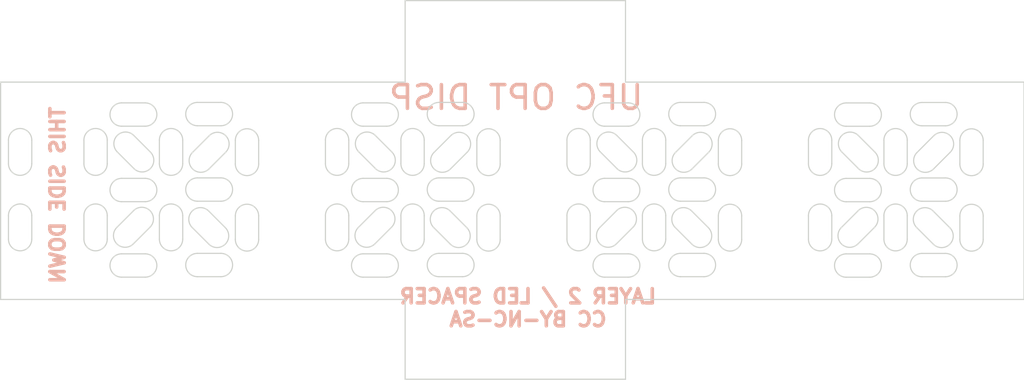
<source format=kicad_pcb>
(kicad_pcb (version 20171130) (host pcbnew "(5.1.9)-1")

  (general
    (thickness 1.6)
    (drawings 279)
    (tracks 0)
    (zones 0)
    (modules 0)
    (nets 1)
  )

  (page A4)
  (layers
    (0 F.Cu signal)
    (31 B.Cu signal)
    (32 B.Adhes user)
    (33 F.Adhes user)
    (34 B.Paste user)
    (35 F.Paste user)
    (36 B.SilkS user)
    (37 F.SilkS user)
    (38 B.Mask user)
    (39 F.Mask user)
    (40 Dwgs.User user)
    (41 Cmts.User user)
    (42 Eco1.User user)
    (43 Eco2.User user)
    (44 Edge.Cuts user)
    (45 Margin user)
    (46 B.CrtYd user)
    (47 F.CrtYd user)
    (48 B.Fab user)
    (49 F.Fab user)
  )

  (setup
    (last_trace_width 0.25)
    (user_trace_width 0.1524)
    (user_trace_width 0.2032)
    (user_trace_width 0.3048)
    (user_trace_width 0.4572)
    (user_trace_width 0.1524)
    (user_trace_width 0.2032)
    (user_trace_width 0.3048)
    (user_trace_width 0.4572)
    (user_trace_width 0.1524)
    (user_trace_width 0.2032)
    (user_trace_width 0.3048)
    (user_trace_width 0.4572)
    (user_trace_width 0.1524)
    (user_trace_width 0.2032)
    (user_trace_width 0.3048)
    (user_trace_width 0.4572)
    (trace_clearance 0.2)
    (zone_clearance 0.508)
    (zone_45_only no)
    (trace_min 0.127)
    (via_size 0.8)
    (via_drill 0.4)
    (via_min_size 0.45)
    (via_min_drill 0.2)
    (user_via 0.45 0.2)
    (user_via 0.45 0.2)
    (user_via 0.45 0.2)
    (user_via 0.45 0.2)
    (uvia_size 0.3)
    (uvia_drill 0.1)
    (uvias_allowed no)
    (uvia_min_size 0.2)
    (uvia_min_drill 0.1)
    (edge_width 0.05)
    (segment_width 0.2)
    (pcb_text_width 0.3)
    (pcb_text_size 1.5 1.5)
    (mod_edge_width 0.12)
    (mod_text_size 1 1)
    (mod_text_width 0.15)
    (pad_size 0.59 0.64)
    (pad_drill 0)
    (pad_to_mask_clearance 0.051)
    (solder_mask_min_width 0.25)
    (aux_axis_origin 100.606 81.6255)
    (grid_origin 100.606 81.6255)
    (visible_elements 7FFFF7DF)
    (pcbplotparams
      (layerselection 0x010fc_ffffffff)
      (usegerberextensions false)
      (usegerberattributes false)
      (usegerberadvancedattributes false)
      (creategerberjobfile true)
      (excludeedgelayer true)
      (linewidth 0.100000)
      (plotframeref false)
      (viasonmask false)
      (mode 1)
      (useauxorigin false)
      (hpglpennumber 1)
      (hpglpenspeed 20)
      (hpglpendiameter 15.000000)
      (psnegative false)
      (psa4output false)
      (plotreference true)
      (plotvalue true)
      (plotinvisibletext false)
      (padsonsilk false)
      (subtractmaskfromsilk false)
      (outputformat 1)
      (mirror false)
      (drillshape 0)
      (scaleselection 1)
      (outputdirectory "../Gerbers/Display layers/OPT layer 2/"))
  )

  (net 0 "")

  (net_class Default "This is the default net class."
    (clearance 0.2)
    (trace_width 0.25)
    (via_dia 0.8)
    (via_drill 0.4)
    (uvia_dia 0.3)
    (uvia_drill 0.1)
  )

  (gr_line (start 152.168 90.8965) (end 161.439 90.8965) (layer Edge.Cuts) (width 0.05) (tstamp 60A054CC))
  (gr_line (start 152.168 106.8255) (end 161.439 106.8255) (layer Edge.Cuts) (width 0.05) (tstamp 60A054CB))
  (gr_line (start 178.203 94.3255) (end 178.203 103.4695) (layer Edge.Cuts) (width 0.05) (tstamp 60A054BA))
  (gr_line (start 135.15 94.3255) (end 135.15 103.4695) (layer Edge.Cuts) (width 0.05) (tstamp 60A054B9))
  (gr_line (start 152.168 103.4695) (end 135.15 103.4695) (layer Edge.Cuts) (width 0.05))
  (gr_line (start 152.168 106.8255) (end 152.168 103.4695) (layer Edge.Cuts) (width 0.05))
  (gr_line (start 161.439 103.4695) (end 178.203 103.4695) (layer Edge.Cuts) (width 0.05))
  (gr_line (start 161.439 106.8255) (end 161.439 103.4695) (layer Edge.Cuts) (width 0.05))
  (gr_line (start 161.439 94.3255) (end 178.203 94.3255) (layer Edge.Cuts) (width 0.05))
  (gr_line (start 161.439 94.3255) (end 161.439 90.8965) (layer Edge.Cuts) (width 0.05))
  (gr_line (start 152.168 94.3255) (end 152.168 90.8965) (layer Edge.Cuts) (width 0.05))
  (gr_line (start 135.15 94.3255) (end 152.168 94.3255) (layer Edge.Cuts) (width 0.05))
  (gr_line (start 158.975898 99.943) (end 158.975898 100.933) (layer Edge.Cuts) (width 0.05) (tstamp 5FB91C74))
  (gr_arc (start 159.466 100.933) (end 158.975898 100.933) (angle -180) (layer Edge.Cuts) (width 0.05) (tstamp 5FB91C75))
  (gr_arc (start 161.5535 98.8655) (end 161.5535 99.355602) (angle -180) (layer Edge.Cuts) (width 0.05) (tstamp 5FB91C79))
  (gr_line (start 164.7385 98.355398) (end 163.7485 98.355398) (layer Edge.Cuts) (width 0.05) (tstamp 5FB91C7A))
  (gr_line (start 174.8985 101.532898) (end 173.9085 101.532898) (layer Edge.Cuts) (width 0.05) (tstamp 5FB91C77))
  (gr_arc (start 161.424124 97.614482) (end 161.076994 97.961613) (angle -180) (layer Edge.Cuts) (width 0.05) (tstamp 5FB91C76))
  (gr_arc (start 169.626 99.9455) (end 170.116917 99.9455) (angle -180) (layer Edge.Cuts) (width 0.05) (tstamp 5FB91C73))
  (gr_line (start 161.063428 99.735821) (end 160.363392 100.435857) (layer Edge.Cuts) (width 0.05) (tstamp 5FB91C78))
  (gr_text "THIS SIDE DOWN" (at 137.553 99.0825 90) (layer B.SilkS)
    (effects (font (size 0.6 0.6) (thickness 0.15)) (justify mirror))
  )
  (gr_text "LAYER 2 / LED SPACER\nCC BY-NC-SA" (at 157.337 103.826) (layer B.SilkS) (tstamp 5FB91B6F)
    (effects (font (size 0.6 0.6) (thickness 0.15)) (justify mirror))
  )
  (gr_text "UFC OPT DISP" (at 156.837 94.9755) (layer B.SilkS) (tstamp 5FB91B70)
    (effects (font (size 1 1) (thickness 0.15)) (justify mirror))
  )
  (gr_line (start 173.9085 96.163917) (end 174.8985 96.163917) (layer Edge.Cuts) (width 0.05) (tstamp 5FB91C5E))
  (gr_line (start 165.345083 96.778) (end 165.345083 97.768) (layer Edge.Cuts) (width 0.05) (tstamp 5FB91C67))
  (gr_arc (start 160.5635 102.0405) (end 160.5635 101.549583) (angle -180) (layer Edge.Cuts) (width 0.05) (tstamp 5FB91C68))
  (gr_arc (start 172.801 99.9455) (end 173.291917 99.9455) (angle -180) (layer Edge.Cuts) (width 0.05) (tstamp 5FB91C71))
  (gr_line (start 171.7135 95.202083) (end 170.7235 95.202083) (layer Edge.Cuts) (width 0.05) (tstamp 5FB91C5D))
  (gr_arc (start 175.996 97.770499) (end 175.505083 97.7705) (angle -180) (layer Edge.Cuts) (width 0.05) (tstamp 5FB91C6F))
  (gr_line (start 159.956917 97.758) (end 159.956917 96.768) (layer Edge.Cuts) (width 0.05) (tstamp 5FB91C64))
  (gr_line (start 160.376958 97.261577) (end 161.076994 97.961613) (layer Edge.Cuts) (width 0.05) (tstamp 5FB91C72))
  (gr_arc (start 172.801 96.7705) (end 173.291917 96.7705) (angle -180) (layer Edge.Cuts) (width 0.05) (tstamp 5FB91C6C))
  (gr_arc (start 163.7485 98.8455) (end 163.7485 98.355398) (angle -180) (layer Edge.Cuts) (width 0.05) (tstamp 5FB91C61))
  (gr_arc (start 163.7485 102.0205) (end 163.7485 101.530398) (angle -180) (layer Edge.Cuts) (width 0.05) (tstamp 5FB91C6A))
  (gr_line (start 170.7235 99.358102) (end 171.7135 99.358102) (layer Edge.Cuts) (width 0.05) (tstamp 5FB91C5C))
  (gr_line (start 174.404923 96.583958) (end 173.704887 97.283994) (layer Edge.Cuts) (width 0.05) (tstamp 5FB91C69))
  (gr_line (start 173.291917 97.7605) (end 173.291917 96.7705) (layer Edge.Cuts) (width 0.05) (tstamp 5FB91C6B))
  (gr_line (start 160.5635 102.530602) (end 161.5535 102.530602) (layer Edge.Cuts) (width 0.05) (tstamp 5FB91C70))
  (gr_arc (start 163.7485 95.6705) (end 163.7485 95.180398) (angle -180) (layer Edge.Cuts) (width 0.05) (tstamp 5FB91C62))
  (gr_line (start 160.5635 99.355602) (end 161.5535 99.355602) (layer Edge.Cuts) (width 0.05) (tstamp 5FB91C60))
  (gr_arc (start 161.409982 100.082376) (end 161.757113 100.429506) (angle -180) (layer Edge.Cuts) (width 0.05) (tstamp 5FB91C6E))
  (gr_arc (start 159.466 96.768) (end 159.956917 96.768) (angle -180) (layer Edge.Cuts) (width 0.05) (tstamp 5FB91C5F))
  (gr_line (start 163.7485 96.161417) (end 164.7385 96.161417) (layer Edge.Cuts) (width 0.05) (tstamp 5FB91C65))
  (gr_arc (start 172.801 100.9355) (end 172.310898 100.9355) (angle -180) (layer Edge.Cuts) (width 0.05) (tstamp 5FB91C6D))
  (gr_line (start 166.326102 100.943) (end 166.326102 99.953) (layer Edge.Cuts) (width 0.05) (tstamp 5FB91C63))
  (gr_line (start 161.770679 97.267928) (end 161.070643 96.567892) (layer Edge.Cuts) (width 0.05) (tstamp 5FB91C66))
  (gr_arc (start 170.884089 96.916947) (end 171.230643 96.570392) (angle -180) (layer Edge.Cuts) (width 0.05) (tstamp 5FB91C47))
  (gr_line (start 171.217077 101.132042) (end 171.917113 100.432006) (layer Edge.Cuts) (width 0.05) (tstamp 5FB91C46))
  (gr_arc (start 173.9085 102.023) (end 173.9085 101.532898) (angle -180) (layer Edge.Cuts) (width 0.05) (tstamp 5FB91C5B))
  (gr_arc (start 173.9085 95.673) (end 173.9085 95.182898) (angle -180) (layer Edge.Cuts) (width 0.05) (tstamp 5FB91C57))
  (gr_arc (start 174.037876 100.099018) (end 174.385006 99.751887) (angle -180) (layer Edge.Cuts) (width 0.05) (tstamp 5FB91C48))
  (gr_arc (start 171.569982 100.084876) (end 171.917113 100.432006) (angle -180) (layer Edge.Cuts) (width 0.05) (tstamp 5FB91C54))
  (gr_arc (start 173.9085 98.848) (end 173.9085 98.357898) (angle -180) (layer Edge.Cuts) (width 0.05) (tstamp 5FB91C52))
  (gr_line (start 171.7135 101.552083) (end 170.7235 101.552083) (layer Edge.Cuts) (width 0.05) (tstamp 5FB91C5A))
  (gr_arc (start 170.7235 95.693) (end 170.7235 95.202083) (angle -180) (layer Edge.Cuts) (width 0.05) (tstamp 5FB91C58))
  (gr_arc (start 169.626 100.9355) (end 169.135898 100.9355) (angle -180) (layer Edge.Cuts) (width 0.05) (tstamp 5FB91C4F))
  (gr_arc (start 170.869947 100.784911) (end 170.523392 100.438357) (angle -180) (layer Edge.Cuts) (width 0.05) (tstamp 5FB91C55))
  (gr_arc (start 171.7135 102.043) (end 171.7135 102.533102) (angle -180) (layer Edge.Cuts) (width 0.05) (tstamp 5FB91C4D))
  (gr_arc (start 175.996 100.945499) (end 175.505083 100.9455) (angle -180) (layer Edge.Cuts) (width 0.05) (tstamp 5FB91C49))
  (gr_line (start 173.291917 100.9355) (end 173.291917 99.9455) (layer Edge.Cuts) (width 0.05) (tstamp 5FB91C45))
  (gr_arc (start 170.7235 98.868) (end 170.7235 98.377083) (angle -180) (layer Edge.Cuts) (width 0.05) (tstamp 5FB91C56))
  (gr_line (start 170.116917 100.9355) (end 170.116917 99.9455) (layer Edge.Cuts) (width 0.05) (tstamp 5FB91C50))
  (gr_line (start 170.536958 97.264077) (end 171.236994 97.964113) (layer Edge.Cuts) (width 0.05) (tstamp 5FB91C53))
  (gr_line (start 173.9085 99.338917) (end 174.8985 99.338917) (layer Edge.Cuts) (width 0.05) (tstamp 5FB91C59))
  (gr_arc (start 174.052018 97.631124) (end 173.704887 97.283994) (angle -180) (layer Edge.Cuts) (width 0.05) (tstamp 5FB91C51))
  (gr_line (start 171.223428 99.738321) (end 170.523392 100.438357) (layer Edge.Cuts) (width 0.05) (tstamp 5FB91C4E))
  (gr_arc (start 174.737911 100.799053) (end 174.391357 101.145608) (angle -180) (layer Edge.Cuts) (width 0.05) (tstamp 5FB91C4C))
  (gr_arc (start 172.801 97.7605) (end 172.310898 97.7605) (angle -180) (layer Edge.Cuts) (width 0.05) (tstamp 5FB91C4B))
  (gr_line (start 170.7235 102.533102) (end 171.7135 102.533102) (layer Edge.Cuts) (width 0.05) (tstamp 5FB91C4A))
  (gr_line (start 174.398572 97.977679) (end 175.098608 97.277643) (layer Edge.Cuts) (width 0.05) (tstamp 5FB91C36))
  (gr_arc (start 174.752053 96.931089) (end 175.098608 97.277643) (angle -180) (layer Edge.Cuts) (width 0.05) (tstamp 5FB91C3C))
  (gr_line (start 173.9085 102.513917) (end 174.8985 102.513917) (layer Edge.Cuts) (width 0.05) (tstamp 5FB91C41))
  (gr_arc (start 174.898499 98.848) (end 174.8985 99.338917) (angle -180) (layer Edge.Cuts) (width 0.05) (tstamp 5FB91C35))
  (gr_line (start 175.085042 100.451923) (end 174.385006 99.751887) (layer Edge.Cuts) (width 0.05) (tstamp 5FB91C34))
  (gr_line (start 174.8985 98.357898) (end 173.9085 98.357898) (layer Edge.Cuts) (width 0.05) (tstamp 5FB91C3F))
  (gr_line (start 169.135898 99.9455) (end 169.135898 100.9355) (layer Edge.Cuts) (width 0.05) (tstamp 5FB91C33))
  (gr_line (start 175.505083 96.7805) (end 175.505083 97.7705) (layer Edge.Cuts) (width 0.05) (tstamp 5FB91C31))
  (gr_arc (start 171.7135 98.868) (end 171.7135 99.358102) (angle -180) (layer Edge.Cuts) (width 0.05) (tstamp 5FB91C30))
  (gr_line (start 176.486102 100.9455) (end 176.486102 99.9555) (layer Edge.Cuts) (width 0.05) (tstamp 5FB91C2E))
  (gr_arc (start 171.584124 97.616982) (end 171.236994 97.964113) (angle -180) (layer Edge.Cuts) (width 0.05) (tstamp 5FB91C44))
  (gr_arc (start 170.7235 102.043) (end 170.7235 101.552083) (angle -180) (layer Edge.Cuts) (width 0.05) (tstamp 5FB91C3D))
  (gr_line (start 171.7135 98.377083) (end 170.7235 98.377083) (layer Edge.Cuts) (width 0.05) (tstamp 5FB91C38))
  (gr_arc (start 171.7135 95.693) (end 171.7135 96.183102) (angle -180) (layer Edge.Cuts) (width 0.05) (tstamp 5FB91C3A))
  (gr_line (start 172.310898 99.9455) (end 172.310898 100.9355) (layer Edge.Cuts) (width 0.05) (tstamp 5FB91C37))
  (gr_line (start 170.7235 96.183102) (end 171.7135 96.183102) (layer Edge.Cuts) (width 0.05) (tstamp 5FB91C3B))
  (gr_line (start 172.310898 96.7705) (end 172.310898 97.7605) (layer Edge.Cuts) (width 0.05) (tstamp 5FB91C32))
  (gr_arc (start 169.626 96.7705) (end 170.116917 96.7705) (angle -180) (layer Edge.Cuts) (width 0.05) (tstamp 5FB91C2F))
  (gr_line (start 174.8985 95.182898) (end 173.9085 95.182898) (layer Edge.Cuts) (width 0.05) (tstamp 5FB91C40))
  (gr_line (start 170.116917 97.7605) (end 170.116917 96.7705) (layer Edge.Cuts) (width 0.05) (tstamp 5FB91C3E))
  (gr_arc (start 175.996 96.7805) (end 176.486102 96.7805) (angle -180) (layer Edge.Cuts) (width 0.05) (tstamp 5FB91C43))
  (gr_line (start 176.486102 97.7705) (end 176.486102 96.7805) (layer Edge.Cuts) (width 0.05) (tstamp 5FB91C42))
  (gr_arc (start 174.898499 95.673) (end 174.8985 96.163917) (angle -180) (layer Edge.Cuts) (width 0.05) (tstamp 5FB91C39))
  (gr_line (start 171.930679 97.270428) (end 171.230643 96.570392) (layer Edge.Cuts) (width 0.05) (tstamp 5FB91C25))
  (gr_arc (start 151.249982 100.082376) (end 151.597113 100.429506) (angle -180) (layer Edge.Cuts) (width 0.05) (tstamp 5FB91C1E))
  (gr_line (start 142.811917 100.933) (end 142.811917 99.943) (layer Edge.Cuts) (width 0.05) (tstamp 5FB91C1D))
  (gr_line (start 149.796917 97.758) (end 149.796917 96.768) (layer Edge.Cuts) (width 0.05) (tstamp 5FB91C1C))
  (gr_line (start 173.691321 100.445572) (end 174.391357 101.145608) (layer Edge.Cuts) (width 0.05) (tstamp 5FB91C2D))
  (gr_line (start 155.185083 96.778) (end 155.185083 97.768) (layer Edge.Cuts) (width 0.05) (tstamp 5FB91C24))
  (gr_line (start 150.216958 97.261577) (end 150.916994 97.961613) (layer Edge.Cuts) (width 0.05) (tstamp 5FB91C1B))
  (gr_arc (start 174.898499 102.023) (end 174.8985 102.513917) (angle -180) (layer Edge.Cuts) (width 0.05) (tstamp 5FB91C26))
  (gr_arc (start 144.418499 98.8455) (end 144.4185 99.336417) (angle -180) (layer Edge.Cuts) (width 0.05) (tstamp 5FB91C18))
  (gr_arc (start 151.3935 98.8655) (end 151.3935 99.355602) (angle -180) (layer Edge.Cuts) (width 0.05) (tstamp 5FB91C17))
  (gr_arc (start 142.321 100.933) (end 141.830898 100.933) (angle -180) (layer Edge.Cuts) (width 0.05) (tstamp 5FB91C23))
  (gr_arc (start 169.626 97.7605) (end 169.135898 97.7605) (angle -180) (layer Edge.Cuts) (width 0.05) (tstamp 5FB91C29))
  (gr_arc (start 142.321 96.768) (end 142.811917 96.768) (angle -180) (layer Edge.Cuts) (width 0.05) (tstamp 5FB91C1F))
  (gr_arc (start 153.5885 98.8455) (end 153.5885 98.355398) (angle -180) (layer Edge.Cuts) (width 0.05) (tstamp 5FB91C19))
  (gr_line (start 154.5785 98.355398) (end 153.5885 98.355398) (layer Edge.Cuts) (width 0.05) (tstamp 5FB91C1A))
  (gr_arc (start 175.996 99.9555) (end 176.486102 99.9555) (angle -180) (layer Edge.Cuts) (width 0.05) (tstamp 5FB91C2C))
  (gr_line (start 151.610679 97.267928) (end 150.910643 96.567892) (layer Edge.Cuts) (width 0.05) (tstamp 5FB91C22))
  (gr_line (start 153.5885 96.161417) (end 154.5785 96.161417) (layer Edge.Cuts) (width 0.05) (tstamp 5FB91C21))
  (gr_line (start 175.505083 99.9555) (end 175.505083 100.9455) (layer Edge.Cuts) (width 0.05) (tstamp 5FB91C2B))
  (gr_line (start 144.4185 101.530398) (end 143.4285 101.530398) (layer Edge.Cuts) (width 0.05) (tstamp 5FB91C20))
  (gr_line (start 169.135898 96.7705) (end 169.135898 97.7605) (layer Edge.Cuts) (width 0.05) (tstamp 5FB91C27))
  (gr_arc (start 150.4035 102.0405) (end 150.4035 101.549583) (angle -180) (layer Edge.Cuts) (width 0.05) (tstamp 5FB91C07))
  (gr_arc (start 151.3935 102.0405) (end 151.3935 102.530602) (angle -180) (layer Edge.Cuts) (width 0.05) (tstamp 5FB91C04))
  (gr_line (start 151.3935 95.199583) (end 150.4035 95.199583) (layer Edge.Cuts) (width 0.05) (tstamp 5FB91C03))
  (gr_line (start 143.924923 96.581458) (end 143.224887 97.281494) (layer Edge.Cuts) (width 0.05) (tstamp 5FB91C0B))
  (gr_line (start 148.815898 99.943) (end 148.815898 100.933) (layer Edge.Cuts) (width 0.05) (tstamp 5FB91C13))
  (gr_line (start 150.4035 99.355602) (end 151.3935 99.355602) (layer Edge.Cuts) (width 0.05) (tstamp 5FB91C12))
  (gr_arc (start 149.306 100.933) (end 148.815898 100.933) (angle -180) (layer Edge.Cuts) (width 0.05) (tstamp 5FB91C11))
  (gr_arc (start 144.272053 96.928589) (end 144.618608 97.275143) (angle -180) (layer Edge.Cuts) (width 0.05) (tstamp 5FB91C10))
  (gr_line (start 156.166102 100.943) (end 156.166102 99.953) (layer Edge.Cuts) (width 0.05) (tstamp 5FB91C0E))
  (gr_line (start 141.830898 96.768) (end 141.830898 97.758) (layer Edge.Cuts) (width 0.05) (tstamp 5FB91C0C))
  (gr_arc (start 153.5885 95.6705) (end 153.5885 95.180398) (angle -180) (layer Edge.Cuts) (width 0.05) (tstamp 5FB91C08))
  (gr_line (start 151.3935 101.549583) (end 150.4035 101.549583) (layer Edge.Cuts) (width 0.05) (tstamp 5FB91C06))
  (gr_arc (start 151.264124 97.614482) (end 150.916994 97.961613) (angle -180) (layer Edge.Cuts) (width 0.05) (tstamp 5FB91C15))
  (gr_line (start 154.5785 95.180398) (end 153.5885 95.180398) (layer Edge.Cuts) (width 0.05) (tstamp 5FB91C02))
  (gr_arc (start 142.321 97.758) (end 141.830898 97.758) (angle -180) (layer Edge.Cuts) (width 0.05) (tstamp 5FB91C05))
  (gr_line (start 150.903428 99.735821) (end 150.203392 100.435857) (layer Edge.Cuts) (width 0.05) (tstamp 5FB91C0A))
  (gr_line (start 151.3935 98.374583) (end 150.4035 98.374583) (layer Edge.Cuts) (width 0.05) (tstamp 5FB91C01))
  (gr_line (start 153.371321 100.443072) (end 154.071357 101.143108) (layer Edge.Cuts) (width 0.05) (tstamp 5FB91C00))
  (gr_line (start 150.4035 102.530602) (end 151.3935 102.530602) (layer Edge.Cuts) (width 0.05) (tstamp 5FB91C14))
  (gr_line (start 142.811917 97.758) (end 142.811917 96.768) (layer Edge.Cuts) (width 0.05) (tstamp 5FB91C16))
  (gr_line (start 145.025083 99.953) (end 145.025083 100.943) (layer Edge.Cuts) (width 0.05) (tstamp 5FB91C0F))
  (gr_arc (start 153.5885 102.0205) (end 153.5885 101.530398) (angle -180) (layer Edge.Cuts) (width 0.05) (tstamp 5FB91C0D))
  (gr_arc (start 149.306 96.768) (end 149.796917 96.768) (angle -180) (layer Edge.Cuts) (width 0.05) (tstamp 5FB91C09))
  (gr_line (start 141.830898 99.943) (end 141.830898 100.933) (layer Edge.Cuts) (width 0.05) (tstamp 5FB91BF7))
  (gr_arc (start 155.676 99.953) (end 156.166102 99.953) (angle -180) (layer Edge.Cuts) (width 0.05) (tstamp 5FB91BFD))
  (gr_arc (start 150.549947 100.782411) (end 150.203392 100.435857) (angle -180) (layer Edge.Cuts) (width 0.05) (tstamp 5FB91BF0))
  (gr_arc (start 153.717876 100.096518) (end 154.065006 99.749387) (angle -180) (layer Edge.Cuts) (width 0.05) (tstamp 5FB91BEE))
  (gr_arc (start 155.676 96.778) (end 156.166102 96.778) (angle -180) (layer Edge.Cuts) (width 0.05) (tstamp 5FB91BED))
  (gr_arc (start 150.564089 96.914447) (end 150.910643 96.567892) (angle -180) (layer Edge.Cuts) (width 0.05) (tstamp 5FB91BFB))
  (gr_arc (start 151.3935 95.6905) (end 151.3935 96.180602) (angle -180) (layer Edge.Cuts) (width 0.05) (tstamp 5FB91BF6))
  (gr_arc (start 145.516 97.767999) (end 145.025083 97.768) (angle -180) (layer Edge.Cuts) (width 0.05) (tstamp 5FB91BFE))
  (gr_arc (start 139.146 99.943) (end 139.636917 99.943) (angle -180) (layer Edge.Cuts) (width 0.05) (tstamp 5FB91BEA))
  (gr_arc (start 140.2435 98.8655) (end 140.2435 98.374583) (angle -180) (layer Edge.Cuts) (width 0.05) (tstamp 5FB91BE9))
  (gr_line (start 153.5885 99.336417) (end 154.5785 99.336417) (layer Edge.Cuts) (width 0.05) (tstamp 5FB91BFF))
  (gr_line (start 149.796917 100.933) (end 149.796917 99.943) (layer Edge.Cuts) (width 0.05) (tstamp 5FB91BFA))
  (gr_line (start 153.5885 102.511417) (end 154.5785 102.511417) (layer Edge.Cuts) (width 0.05) (tstamp 5FB91BF5))
  (gr_line (start 148.815898 96.768) (end 148.815898 97.758) (layer Edge.Cuts) (width 0.05) (tstamp 5FB91BFC))
  (gr_line (start 154.078572 97.975179) (end 154.778608 97.275143) (layer Edge.Cuts) (width 0.05) (tstamp 5FB91BF1))
  (gr_arc (start 154.417911 100.796553) (end 154.071357 101.143108) (angle -180) (layer Edge.Cuts) (width 0.05) (tstamp 5FB91BF9))
  (gr_arc (start 155.676 100.942999) (end 155.185083 100.943) (angle -180) (layer Edge.Cuts) (width 0.05) (tstamp 5FB91BF4))
  (gr_arc (start 149.306 97.758) (end 148.815898 97.758) (angle -180) (layer Edge.Cuts) (width 0.05) (tstamp 5FB91BF8))
  (gr_arc (start 142.321 99.943) (end 142.811917 99.943) (angle -180) (layer Edge.Cuts) (width 0.05) (tstamp 5FB91BF3))
  (gr_arc (start 144.418499 102.0205) (end 144.4185 102.511417) (angle -180) (layer Edge.Cuts) (width 0.05) (tstamp 5FB91BF2))
  (gr_arc (start 154.578499 95.6705) (end 154.5785 96.161417) (angle -180) (layer Edge.Cuts) (width 0.05) (tstamp 5FB91BEF))
  (gr_arc (start 153.732018 97.628624) (end 153.384887 97.281494) (angle -180) (layer Edge.Cuts) (width 0.05) (tstamp 5FB91BEC))
  (gr_line (start 146.006102 97.768) (end 146.006102 96.778) (layer Edge.Cuts) (width 0.05) (tstamp 5FB91BEB))
  (gr_line (start 140.056958 97.261577) (end 140.756994 97.961613) (layer Edge.Cuts) (width 0.05) (tstamp 5FB91BDB))
  (gr_arc (start 140.2435 102.0405) (end 140.2435 101.549583) (angle -180) (layer Edge.Cuts) (width 0.05) (tstamp 5FB91BD9))
  (gr_line (start 144.4185 95.180398) (end 143.4285 95.180398) (layer Edge.Cuts) (width 0.05) (tstamp 5FB91BD6))
  (gr_arc (start 145.516 96.778) (end 146.006102 96.778) (angle -180) (layer Edge.Cuts) (width 0.05) (tstamp 5FB91BDD))
  (gr_line (start 143.4285 102.511417) (end 144.4185 102.511417) (layer Edge.Cuts) (width 0.05) (tstamp 5FB91BE2))
  (gr_arc (start 143.572018 97.628624) (end 143.224887 97.281494) (angle -180) (layer Edge.Cuts) (width 0.05) (tstamp 5FB91BD5))
  (gr_line (start 139.636917 97.758) (end 139.636917 96.768) (layer Edge.Cuts) (width 0.05) (tstamp 5FB91BE0))
  (gr_arc (start 143.4285 102.0205) (end 143.4285 101.530398) (angle -180) (layer Edge.Cuts) (width 0.05) (tstamp 5FB91BDE))
  (gr_line (start 141.450679 97.267928) (end 140.750643 96.567892) (layer Edge.Cuts) (width 0.05) (tstamp 5FB91BD3))
  (gr_line (start 140.2435 96.180602) (end 141.2335 96.180602) (layer Edge.Cuts) (width 0.05) (tstamp 5FB91BE8))
  (gr_arc (start 140.2435 95.6905) (end 140.2435 95.199583) (angle -180) (layer Edge.Cuts) (width 0.05) (tstamp 5FB91BE6))
  (gr_arc (start 140.389947 100.782411) (end 140.043392 100.435857) (angle -180) (layer Edge.Cuts) (width 0.05) (tstamp 5FB91BE1))
  (gr_line (start 136.461917 100.933) (end 136.461917 99.943) (layer Edge.Cuts) (width 0.05) (tstamp 5FB91BDA))
  (gr_line (start 140.743428 99.735821) (end 140.043392 100.435857) (layer Edge.Cuts) (width 0.05) (tstamp 5FB91BD8))
  (gr_arc (start 143.4285 95.6705) (end 143.4285 95.180398) (angle -180) (layer Edge.Cuts) (width 0.05) (tstamp 5FB91BDC))
  (gr_arc (start 141.2335 95.6905) (end 141.2335 96.180602) (angle -180) (layer Edge.Cuts) (width 0.05) (tstamp 5FB91BD7))
  (gr_line (start 144.4185 98.355398) (end 143.4285 98.355398) (layer Edge.Cuts) (width 0.05) (tstamp 5FB91BD4))
  (gr_arc (start 141.2335 98.8655) (end 141.2335 99.355602) (angle -180) (layer Edge.Cuts) (width 0.05) (tstamp 5FB91BD2))
  (gr_line (start 140.737077 101.129542) (end 141.437113 100.429506) (layer Edge.Cuts) (width 0.05) (tstamp 5FB91BE5))
  (gr_arc (start 135.971 97.758) (end 135.480898 97.758) (angle -180) (layer Edge.Cuts) (width 0.05) (tstamp 5FB91BE7))
  (gr_line (start 144.605042 100.449423) (end 143.905006 99.749387) (layer Edge.Cuts) (width 0.05) (tstamp 5FB91BE3))
  (gr_arc (start 144.418499 95.6705) (end 144.4185 96.161417) (angle -180) (layer Edge.Cuts) (width 0.05) (tstamp 5FB91BDF))
  (gr_arc (start 141.104124 97.614482) (end 140.756994 97.961613) (angle -180) (layer Edge.Cuts) (width 0.05) (tstamp 5FB91BD0))
  (gr_line (start 138.655898 99.943) (end 138.655898 100.933) (layer Edge.Cuts) (width 0.05) (tstamp 5FB91BCA))
  (gr_arc (start 135.971 100.933) (end 135.480898 100.933) (angle -180) (layer Edge.Cuts) (width 0.05) (tstamp 5FB91BD1))
  (gr_line (start 141.2335 101.549583) (end 140.2435 101.549583) (layer Edge.Cuts) (width 0.05) (tstamp 5FB91BCF))
  (gr_line (start 141.2335 98.374583) (end 140.2435 98.374583) (layer Edge.Cuts) (width 0.05) (tstamp 5FB91BCC))
  (gr_arc (start 141.2335 102.0405) (end 141.2335 102.530602) (angle -180) (layer Edge.Cuts) (width 0.05) (tstamp 5FB91BC8))
  (gr_line (start 143.211321 100.443072) (end 143.911357 101.143108) (layer Edge.Cuts) (width 0.05) (tstamp 5FB91BC7))
  (gr_arc (start 145.516 99.953) (end 146.006102 99.953) (angle -180) (layer Edge.Cuts) (width 0.05) (tstamp 5FB91BC5))
  (gr_line (start 140.2435 102.530602) (end 141.2335 102.530602) (layer Edge.Cuts) (width 0.05) (tstamp 5FB91BCE))
  (gr_line (start 135.480898 99.943) (end 135.480898 100.933) (layer Edge.Cuts) (width 0.05) (tstamp 5FB91BC3))
  (gr_line (start 139.636917 100.933) (end 139.636917 99.943) (layer Edge.Cuts) (width 0.05) (tstamp 5FB91BC1))
  (gr_arc (start 143.4285 98.8455) (end 143.4285 98.355398) (angle -180) (layer Edge.Cuts) (width 0.05) (tstamp 5FB91BBF))
  (gr_arc (start 135.971 99.943) (end 136.461917 99.943) (angle -180) (layer Edge.Cuts) (width 0.05) (tstamp 5FB91BCD))
  (gr_arc (start 135.971 96.768) (end 136.461917 96.768) (angle -180) (layer Edge.Cuts) (width 0.05) (tstamp 5FB91BC9))
  (gr_line (start 136.461917 97.758) (end 136.461917 96.768) (layer Edge.Cuts) (width 0.05) (tstamp 5FB91BBE))
  (gr_arc (start 144.257911 100.796553) (end 143.911357 101.143108) (angle -180) (layer Edge.Cuts) (width 0.05) (tstamp 5FB91BC4))
  (gr_arc (start 145.516 100.942999) (end 145.025083 100.943) (angle -180) (layer Edge.Cuts) (width 0.05) (tstamp 5FB91BC2))
  (gr_arc (start 143.557876 100.096518) (end 143.905006 99.749387) (angle -180) (layer Edge.Cuts) (width 0.05) (tstamp 5FB91BBD))
  (gr_line (start 143.4285 96.161417) (end 144.4185 96.161417) (layer Edge.Cuts) (width 0.05) (tstamp 5FB91BBC))
  (gr_line (start 145.025083 96.778) (end 145.025083 97.768) (layer Edge.Cuts) (width 0.05) (tstamp 5FB91BC6))
  (gr_arc (start 141.089982 100.082376) (end 141.437113 100.429506) (angle -180) (layer Edge.Cuts) (width 0.05) (tstamp 5FB91BBB))
  (gr_line (start 143.918572 97.975179) (end 144.618608 97.275143) (layer Edge.Cuts) (width 0.05) (tstamp 5FB91BC0))
  (gr_line (start 141.2335 95.199583) (end 140.2435 95.199583) (layer Edge.Cuts) (width 0.05) (tstamp 5FB91BCB))
  (gr_arc (start 140.404089 96.914447) (end 140.750643 96.567892) (angle -180) (layer Edge.Cuts) (width 0.05) (tstamp 5FB91BB5))
  (gr_line (start 161.5535 95.199583) (end 160.5635 95.199583) (layer Edge.Cuts) (width 0.05) (tstamp 5FB91B9A))
  (gr_arc (start 164.738499 95.6705) (end 164.7385 96.161417) (angle -180) (layer Edge.Cuts) (width 0.05) (tstamp 5FB91B95))
  (gr_arc (start 163.892018 97.628624) (end 163.544887 97.281494) (angle -180) (layer Edge.Cuts) (width 0.05) (tstamp 5FB91B91))
  (gr_line (start 143.4285 99.336417) (end 144.4185 99.336417) (layer Edge.Cuts) (width 0.05) (tstamp 5FB91BBA))
  (gr_line (start 146.006102 100.943) (end 146.006102 99.953) (layer Edge.Cuts) (width 0.05) (tstamp 5FB91BB9))
  (gr_arc (start 139.146 100.933) (end 138.655898 100.933) (angle -180) (layer Edge.Cuts) (width 0.05) (tstamp 5FB91BB2))
  (gr_arc (start 150.4035 98.8655) (end 150.4035 98.374583) (angle -180) (layer Edge.Cuts) (width 0.05) (tstamp 5FB91BA6))
  (gr_line (start 164.7385 101.530398) (end 163.7485 101.530398) (layer Edge.Cuts) (width 0.05) (tstamp 5FB91BA5))
  (gr_line (start 162.150898 96.768) (end 162.150898 97.758) (layer Edge.Cuts) (width 0.05) (tstamp 5FB91BA3))
  (gr_arc (start 160.5635 98.8655) (end 160.5635 98.374583) (angle -180) (layer Edge.Cuts) (width 0.05) (tstamp 5FB91BA0))
  (gr_arc (start 154.432053 96.928589) (end 154.778608 97.275143) (angle -180) (layer Edge.Cuts) (width 0.05) (tstamp 5FB91B9C))
  (gr_line (start 156.166102 97.768) (end 156.166102 96.778) (layer Edge.Cuts) (width 0.05) (tstamp 5FB91B94))
  (gr_arc (start 161.5535 95.6905) (end 161.5535 96.180602) (angle -180) (layer Edge.Cuts) (width 0.05) (tstamp 5FB91BB0))
  (gr_arc (start 159.466 97.758) (end 158.975898 97.758) (angle -180) (layer Edge.Cuts) (width 0.05) (tstamp 5FB91B9B))
  (gr_line (start 164.244923 96.581458) (end 163.544887 97.281494) (layer Edge.Cuts) (width 0.05) (tstamp 5FB91B92))
  (gr_line (start 164.7385 95.180398) (end 163.7485 95.180398) (layer Edge.Cuts) (width 0.05) (tstamp 5FB91B98))
  (gr_arc (start 165.836 97.767999) (end 165.345083 97.768) (angle -180) (layer Edge.Cuts) (width 0.05) (tstamp 5FB91B90))
  (gr_arc (start 154.578499 98.8455) (end 154.5785 99.336417) (angle -180) (layer Edge.Cuts) (width 0.05) (tstamp 5FB91B8F))
  (gr_arc (start 154.578499 102.0205) (end 154.5785 102.511417) (angle -180) (layer Edge.Cuts) (width 0.05) (tstamp 5FB91B8E))
  (gr_arc (start 162.641 96.768) (end 163.131917 96.768) (angle -180) (layer Edge.Cuts) (width 0.05) (tstamp 5FB91B8D))
  (gr_arc (start 152.481 97.758) (end 151.990898 97.758) (angle -180) (layer Edge.Cuts) (width 0.05) (tstamp 5FB91BAE))
  (gr_line (start 150.897077 101.129542) (end 151.597113 100.429506) (layer Edge.Cuts) (width 0.05) (tstamp 5FB91BAA))
  (gr_line (start 162.150898 99.943) (end 162.150898 100.933) (layer Edge.Cuts) (width 0.05) (tstamp 5FB91BA1))
  (gr_line (start 151.990898 99.943) (end 151.990898 100.933) (layer Edge.Cuts) (width 0.05) (tstamp 5FB91BA8))
  (gr_line (start 152.971917 100.933) (end 152.971917 99.943) (layer Edge.Cuts) (width 0.05) (tstamp 5FB91B9F))
  (gr_line (start 161.057077 101.129542) (end 161.757113 100.429506) (layer Edge.Cuts) (width 0.05) (tstamp 5FB91BAC))
  (gr_arc (start 139.146 97.758) (end 138.655898 97.758) (angle -180) (layer Edge.Cuts) (width 0.05) (tstamp 5FB91BB6))
  (gr_line (start 151.990898 96.768) (end 151.990898 97.758) (layer Edge.Cuts) (width 0.05) (tstamp 5FB91B9D))
  (gr_line (start 140.2435 99.355602) (end 141.2335 99.355602) (layer Edge.Cuts) (width 0.05) (tstamp 5FB91BB4))
  (gr_line (start 163.7485 99.336417) (end 164.7385 99.336417) (layer Edge.Cuts) (width 0.05) (tstamp 5FB91B97))
  (gr_arc (start 163.877876 100.096518) (end 164.225006 99.749387) (angle -180) (layer Edge.Cuts) (width 0.05) (tstamp 5FB91B93))
  (gr_arc (start 139.146 96.768) (end 139.636917 96.768) (angle -180) (layer Edge.Cuts) (width 0.05) (tstamp 5FB91BB3))
  (gr_line (start 138.655898 96.768) (end 138.655898 97.758) (layer Edge.Cuts) (width 0.05) (tstamp 5FB91BB8))
  (gr_line (start 163.131917 100.933) (end 163.131917 99.943) (layer Edge.Cuts) (width 0.05) (tstamp 5FB91B9E))
  (gr_line (start 164.238572 97.975179) (end 164.938608 97.275143) (layer Edge.Cuts) (width 0.05) (tstamp 5FB91BAF))
  (gr_arc (start 150.4035 95.6905) (end 150.4035 95.199583) (angle -180) (layer Edge.Cuts) (width 0.05) (tstamp 5FB91BA9))
  (gr_arc (start 162.641 99.943) (end 163.131917 99.943) (angle -180) (layer Edge.Cuts) (width 0.05) (tstamp 5FB91BAB))
  (gr_arc (start 165.836 96.778) (end 166.326102 96.778) (angle -180) (layer Edge.Cuts) (width 0.05) (tstamp 5FB91BAD))
  (gr_line (start 150.4035 96.180602) (end 151.3935 96.180602) (layer Edge.Cuts) (width 0.05) (tstamp 5FB91BA7))
  (gr_line (start 160.5635 96.180602) (end 161.5535 96.180602) (layer Edge.Cuts) (width 0.05) (tstamp 5FB91BA4))
  (gr_arc (start 160.5635 95.6905) (end 160.5635 95.199583) (angle -180) (layer Edge.Cuts) (width 0.05) (tstamp 5FB91BA2))
  (gr_line (start 154.765042 100.449423) (end 154.065006 99.749387) (layer Edge.Cuts) (width 0.05) (tstamp 5FB91B99))
  (gr_arc (start 165.836 100.942999) (end 165.345083 100.943) (angle -180) (layer Edge.Cuts) (width 0.05) (tstamp 5FB91B96))
  (gr_line (start 135.480898 96.768) (end 135.480898 97.758) (layer Edge.Cuts) (width 0.05) (tstamp 5FB91BB7))
  (gr_arc (start 164.738499 98.8455) (end 164.7385 99.336417) (angle -180) (layer Edge.Cuts) (width 0.05) (tstamp 5FB91B87))
  (gr_arc (start 149.306 99.943) (end 149.796917 99.943) (angle -180) (layer Edge.Cuts) (width 0.05) (tstamp 5FB91B86))
  (gr_arc (start 161.5535 102.0405) (end 161.5535 102.530602) (angle -180) (layer Edge.Cuts) (width 0.05) (tstamp 5FB9169C))
  (gr_line (start 163.131917 97.758) (end 163.131917 96.768) (layer Edge.Cuts) (width 0.05) (tstamp 5FB91B85))
  (gr_line (start 159.956917 100.933) (end 159.956917 99.943) (layer Edge.Cuts) (width 0.05) (tstamp 5FB91B77))
  (gr_line (start 163.7485 102.511417) (end 164.7385 102.511417) (layer Edge.Cuts) (width 0.05) (tstamp 5FB91B78))
  (gr_arc (start 164.592053 96.928589) (end 164.938608 97.275143) (angle -180) (layer Edge.Cuts) (width 0.05) (tstamp 5FB91B8B))
  (gr_arc (start 152.481 99.943) (end 152.971917 99.943) (angle -180) (layer Edge.Cuts) (width 0.05) (tstamp 5FB91B84))
  (gr_arc (start 162.641 100.933) (end 162.150898 100.933) (angle -180) (layer Edge.Cuts) (width 0.05) (tstamp 5FB91B73))
  (gr_line (start 154.084923 96.581458) (end 153.384887 97.281494) (layer Edge.Cuts) (width 0.05) (tstamp 5FB91B75))
  (gr_line (start 161.5535 98.374583) (end 160.5635 98.374583) (layer Edge.Cuts) (width 0.05) (tstamp 5FB91B7B))
  (gr_line (start 164.925042 100.449423) (end 164.225006 99.749387) (layer Edge.Cuts) (width 0.05) (tstamp 5FB91B8A))
  (gr_line (start 165.345083 99.953) (end 165.345083 100.943) (layer Edge.Cuts) (width 0.05) (tstamp 5FB91B7F))
  (gr_arc (start 159.466 99.943) (end 159.956917 99.943) (angle -180) (layer Edge.Cuts) (width 0.05) (tstamp 5FB91B7C))
  (gr_arc (start 162.641 97.758) (end 162.150898 97.758) (angle -180) (layer Edge.Cuts) (width 0.05) (tstamp 5FB91B8C))
  (gr_arc (start 160.724089 96.914447) (end 161.070643 96.567892) (angle -180) (layer Edge.Cuts) (width 0.05) (tstamp 5FB91B74))
  (gr_line (start 161.5535 101.549583) (end 160.5635 101.549583) (layer Edge.Cuts) (width 0.05) (tstamp 5FB9169A))
  (gr_arc (start 152.481 96.768) (end 152.971917 96.768) (angle -180) (layer Edge.Cuts) (width 0.05) (tstamp 5FB91B81))
  (gr_line (start 152.971917 97.758) (end 152.971917 96.768) (layer Edge.Cuts) (width 0.05) (tstamp 5FB91B7D))
  (gr_line (start 163.531321 100.443072) (end 164.231357 101.143108) (layer Edge.Cuts) (width 0.05) (tstamp 5FB91B7A))
  (gr_line (start 158.975898 96.768) (end 158.975898 97.758) (layer Edge.Cuts) (width 0.05) (tstamp 5FB91B79))
  (gr_arc (start 160.709947 100.782411) (end 160.363392 100.435857) (angle -180) (layer Edge.Cuts) (width 0.05) (tstamp 5FB91B76))
  (gr_line (start 155.185083 99.953) (end 155.185083 100.943) (layer Edge.Cuts) (width 0.05) (tstamp 5FB91B88))
  (gr_arc (start 165.836 99.953) (end 166.326102 99.953) (angle -180) (layer Edge.Cuts) (width 0.05) (tstamp 5FB91B80))
  (gr_line (start 166.326102 97.768) (end 166.326102 96.778) (layer Edge.Cuts) (width 0.05) (tstamp 5FB91B89))
  (gr_arc (start 164.738499 102.0205) (end 164.7385 102.511417) (angle -180) (layer Edge.Cuts) (width 0.05) (tstamp 5FB91B7E))
  (gr_arc (start 155.676 97.767999) (end 155.185083 97.768) (angle -180) (layer Edge.Cuts) (width 0.05) (tstamp 5FB91B83))
  (gr_arc (start 152.481 100.933) (end 151.990898 100.933) (angle -180) (layer Edge.Cuts) (width 0.05) (tstamp 5FB91B82))
  (gr_line (start 154.5785 101.530398) (end 153.5885 101.530398) (layer Edge.Cuts) (width 0.05) (tstamp 5FB91B72))
  (gr_arc (start 164.577911 100.796553) (end 164.231357 101.143108) (angle -180) (layer Edge.Cuts) (width 0.05) (tstamp 5FB91B71))

)

</source>
